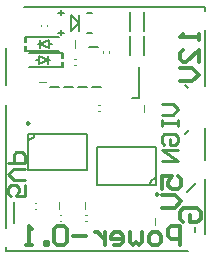
<source format=gbo>
G04*
G04 #@! TF.GenerationSoftware,Altium Limited,Altium Designer,22.9.1 (49)*
G04*
G04 Layer_Color=32896*
%FSLAX25Y25*%
%MOIN*%
G70*
G04*
G04 #@! TF.SameCoordinates,54072B3C-91D6-4D2C-9FA6-DB57A1534E62*
G04*
G04*
G04 #@! TF.FilePolarity,Positive*
G04*
G01*
G75*
%ADD10C,0.00984*%
%ADD11C,0.00591*%
%ADD12C,0.00787*%
%ADD17C,0.00394*%
%ADD18C,0.00669*%
%ADD19C,0.01181*%
D10*
X7927Y42881D02*
X7188Y43307D01*
Y42455D01*
X7927Y42881D01*
X51045Y19223D02*
X50307Y19649D01*
Y18797D01*
X51045Y19223D01*
X6535Y22145D02*
Y18471D01*
X3779D01*
X4698Y20308D01*
Y21226D01*
X3779Y22145D01*
X1943D01*
X1025Y21226D01*
Y19390D01*
X1943Y18471D01*
X6535Y23981D02*
X2861D01*
X1025Y25818D01*
X2861Y27655D01*
X6535D01*
X1025Y29491D02*
X6535D01*
Y32246D01*
X5616Y33165D01*
X3779D01*
X2861Y32246D01*
Y29491D01*
X52167Y49409D02*
X55840D01*
X57677Y47573D01*
X55840Y45736D01*
X52167D01*
Y43899D02*
Y42063D01*
Y42981D01*
X57677D01*
Y43899D01*
Y42063D01*
X53086Y35634D02*
X52167Y36553D01*
Y38389D01*
X53086Y39308D01*
X56759D01*
X57677Y38389D01*
Y36553D01*
X56759Y35634D01*
X54922D01*
Y37471D01*
X57677Y33798D02*
X52167D01*
X57677Y30124D01*
X52167D01*
D11*
X6583Y71555D02*
X18110D01*
X6583Y66929D02*
X18110D01*
X6583D02*
Y68685D01*
Y68291D02*
X7083D01*
Y69898D02*
Y71457D01*
X6583Y70291D02*
X7083D01*
X6583Y69898D02*
Y71555D01*
X7083Y66929D02*
Y68685D01*
X18902Y64649D02*
Y66405D01*
X19401Y61779D02*
Y63436D01*
X18902Y63043D02*
X19401D01*
X18902Y61877D02*
Y63436D01*
Y65043D02*
X19401D01*
Y64649D02*
Y66405D01*
X7874D02*
X19401D01*
X7874Y61779D02*
X19401D01*
D12*
X7809Y37369D02*
X8793Y37633D01*
X9513Y38354D01*
X9777Y39338D01*
X50402Y24672D02*
X49418Y24409D01*
X48698Y23688D01*
X48434Y22704D01*
X42402Y51221D02*
X44685D01*
Y51260D02*
Y61496D01*
X15157Y55086D02*
X18110D01*
X29054D02*
X32007D01*
X24363D02*
X27316D01*
X19671D02*
X22624D01*
X28070Y68118D02*
X31023D01*
X7730Y39436D02*
X27415D01*
X7730Y27428D02*
X27415D01*
X7730D02*
Y39436D01*
X27415Y27428D02*
Y39436D01*
X46330Y73622D02*
Y79921D01*
X41793Y73603D02*
Y79902D01*
X46330Y65591D02*
Y71890D01*
X41793Y65571D02*
Y71871D01*
X17710Y72999D02*
X19521D01*
X24757Y73629D02*
Y79062D01*
X18596Y78905D02*
Y80578D01*
X22041Y73511D02*
X24718Y76188D01*
X27356Y72999D02*
X29127D01*
X27356Y79732D02*
X29127D01*
X17710D02*
X19521D01*
X22041Y79062D02*
X24718Y76385D01*
X22041Y73629D02*
Y79062D01*
X24718Y76188D02*
Y76385D01*
X18596Y72310D02*
Y73787D01*
X30796Y34909D02*
X50481D01*
Y22310D02*
Y34909D01*
X30796Y22310D02*
Y34909D01*
Y22310D02*
X50481D01*
X394Y55512D02*
Y68110D01*
Y394D02*
Y1575D01*
Y7874D02*
Y48819D01*
X6299Y81496D02*
X66535Y81496D01*
Y80315D02*
Y81496D01*
X66535Y55118D02*
Y74016D01*
Y5906D02*
Y24409D01*
X394Y394D02*
X61024D01*
X66535Y30709D02*
Y41339D01*
X2901Y9591D02*
Y16674D01*
X59909Y55549D02*
X60932Y54526D01*
X59842Y39370D02*
X61196Y40724D01*
X60788Y20014D02*
X63568Y22794D01*
X63386Y6693D02*
Y8268D01*
D17*
X11220Y56693D02*
X13583D01*
X18182Y12402D02*
X18576Y12402D01*
X18186Y10433D02*
X18580Y10433D01*
X31125Y47087D02*
X31519Y47087D01*
X31121Y49055D02*
X31515Y49055D01*
X17989Y14173D02*
Y16535D01*
X26608Y14173D02*
Y16535D01*
X34738Y66803D02*
X34738Y66409D01*
X32769Y66799D02*
X32769Y66405D01*
X23128Y62271D02*
X23521Y62271D01*
X23124Y64240D02*
X23517Y64240D01*
X23320Y68110D02*
Y70472D01*
X12002Y75653D02*
X12002Y75259D01*
X13970Y75657D02*
X13970Y75263D01*
X46253Y46496D02*
Y48858D01*
X50092Y9055D02*
Y11417D01*
X26801Y12402D02*
X27194Y12402D01*
X26805Y10433D02*
X27198Y10433D01*
X9847Y14370D02*
X10240Y14370D01*
X9843Y16339D02*
X10236Y16339D01*
D18*
X11811Y67913D02*
Y70669D01*
Y69291D02*
X14567Y70669D01*
X11024Y69291D02*
X11811D01*
X14567D02*
X15748D01*
X14567Y67913D02*
Y70669D01*
X11811Y69291D02*
X14567Y67913D01*
X11417Y65421D02*
X14173Y64043D01*
X11417Y62665D02*
Y65421D01*
X10236Y64043D02*
X11417D01*
X14173D02*
X14961D01*
X11417Y62665D02*
X14173Y64043D01*
Y62665D02*
Y65421D01*
D19*
X64492Y72683D02*
Y70584D01*
Y71634D01*
X58195D01*
X59245Y72683D01*
X64492Y63237D02*
Y67435D01*
X60294Y63237D01*
X59245D01*
X58195Y64287D01*
Y66386D01*
X59245Y67435D01*
X58195Y61138D02*
X62393D01*
X64492Y59039D01*
X62393Y56940D01*
X58195D01*
X59417Y9793D02*
X58237Y10974D01*
Y13335D01*
X59417Y14516D01*
X64140D01*
X65321Y13335D01*
Y10974D01*
X64140Y9793D01*
X61779D01*
Y12155D01*
X52364Y21040D02*
Y25238D01*
X55513D01*
X54463Y23139D01*
Y22089D01*
X55513Y21040D01*
X57612D01*
X58661Y22089D01*
Y24188D01*
X57612Y25238D01*
X52364Y18941D02*
X56562D01*
X58661Y16842D01*
X56562Y14742D01*
X52364D01*
X58380Y2272D02*
Y8569D01*
X55231D01*
X54182Y7519D01*
Y5420D01*
X55231Y4371D01*
X58380D01*
X51033Y2272D02*
X48934D01*
X47884Y3321D01*
Y5420D01*
X48934Y6470D01*
X51033D01*
X52083Y5420D01*
Y3321D01*
X51033Y2272D01*
X45785Y6470D02*
Y3321D01*
X44736Y2272D01*
X43686Y3321D01*
X42637Y2272D01*
X41587Y3321D01*
Y6470D01*
X36340Y2272D02*
X38439D01*
X39488Y3321D01*
Y5420D01*
X38439Y6470D01*
X36340D01*
X35290Y5420D01*
Y4371D01*
X39488D01*
X33191Y6470D02*
Y2272D01*
Y4371D01*
X32142Y5420D01*
X31092Y6470D01*
X30042D01*
X26894Y5420D02*
X22696D01*
X20597Y7519D02*
X19547Y8569D01*
X17448D01*
X16399Y7519D01*
Y3321D01*
X17448Y2272D01*
X19547D01*
X20597Y3321D01*
Y7519D01*
X14299Y2272D02*
Y3321D01*
X13250D01*
Y2272D01*
X14299D01*
X9052D02*
X6953D01*
X8002D01*
Y8569D01*
X9052Y7519D01*
M02*

</source>
